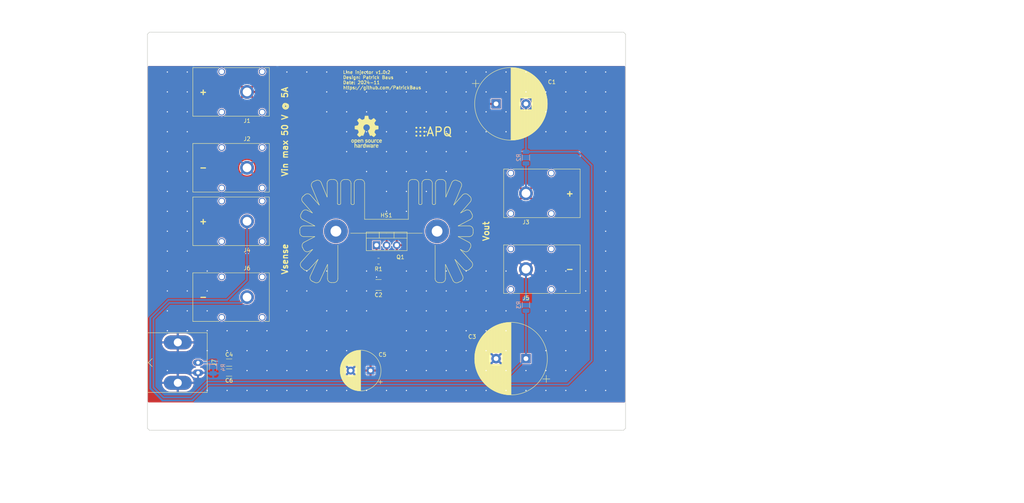
<source format=kicad_pcb>
(kicad_pcb (version 20240108) (generator "pcbnew") (generator_version "8.0")
  (title_block (title "Line Injector") (date "2024-11-21") (rev "1.0.2") (comment 1 "Copyright (©) 2024, Patrick Baus <patrick.baus@physik.tu-darmstadt.de>") (comment 2 "Licensed under CERN OHL-W v2.0"))
  (layers (0 "F.Cu" signal) (31 "B.Cu" signal) (34 "B.Paste" user) (35 "F.Paste" user) (36 "B.SilkS" user "B.Silkscreen") (37 "F.SilkS" user "F.Silkscreen") (38 "B.Mask" user) (39 "F.Mask" user) (44 "Edge.Cuts" user))
  (net 0 "")
  (net 1 "GND")
  (net 2 "VDD")
  (net 3 "Net-(J7-In)")
  (net 4 "Net-(Q1-G)")
  (net 5 "/Remote_Sense_+")
  (net 6 "/Remote_Sense_-")
  (net 8 "Net-(J3-Pin_1)")
  (footprint "Capacitor_THT:CP_Radial_D10.0mm_P5.00mm" (layer "F.Cu") (at 107.06 116.355 180)
    (property "Reference" "C5" (at -3 4 0) (layer "F.SilkS"))
    (property "Value" "33u")
    (pad "1" thru_hole rect (at 0 0 180) (size 2 2) (drill 1) (layers "*.Cu" "*.Mask") (net 2 "VDD"))
    (pad "2" thru_hole circle (at 5 0 180) (size 2 2) (drill 1) (layers "*.Cu" "*.Mask") (net 1 "GND"))
  )
  (footprint "Capacitor_SMD:C_1210_3225Metric" (layer "F.Cu") (at 109.06 94.855 180)
    (property "Reference" "C2" (at 0 -2.5 0) (layer "F.SilkS"))
    (property "Value" "4.7u")
    (pad "1" smd roundrect (at -1.475 0 180) (size 1.15 2.7) (layers "F.Cu" "F.Paste" "F.Mask") (roundrect_rratio 0.217391) (net 2 "VDD"))
    (pad "2" smd roundrect (at 1.475 0 180) (size 1.15 2.7) (layers "F.Cu" "F.Paste" "F.Mask") (roundrect_rratio 0.217391) (net 1 "GND"))
  )
  (footprint "Capacitor_THT:CP_Radial_D18.0mm_P7.50mm" (layer "F.Cu") (at 138.56 49.355)
    (property "Reference" "C1" (at 14 -5.5 0) (layer "F.SilkS"))
    (property "Value" "1m")
    (pad "1" thru_hole rect (at 0 0) (size 2.4 2.4) (drill 1.2) (layers "*.Cu" "*.Mask") (net 2 "VDD"))
    (pad "2" thru_hole circle (at 7.5 0) (size 2.4 2.4) (drill 1.2) (layers "*.Cu" "*.Mask") (net 5 "/Remote_Sense_+"))
  )
  (footprint "Capacitor_THT:CP_Radial_D18.0mm_P7.50mm" (layer "F.Cu") (at 146.06 113.355 180)
    (property "Reference" "C3" (at 13.5 5.5 0) (layer "F.SilkS"))
    (property "Value" "1m")
    (pad "1" thru_hole rect (at 0 0 180) (size 2.4 2.4) (drill 1.2) (layers "*.Cu" "*.Mask") (net 6 "/Remote_Sense_-"))
    (pad "2" thru_hole circle (at 7.5 0 180) (size 2.4 2.4) (drill 1.2) (layers "*.Cu" "*.Mask") (net 1 "GND"))
  )
  (footprint "Connector:Banana_Cliff_FCR7350B_S16N-PC_Horizontal" (layer "F.Cu") (at 76.06 97.905)
    (property "Reference" "J6" (at 0 -7.25 0) (layer "F.SilkS"))
    (property "Value" "Conn_01x01_Female")
    (pad "" np_thru_hole circle (at -6.36 -5.08) (size 1.7 1.7) (drill 1.2) (layers "F&B.Cu" "*.Mask"))
    (pad "" np_thru_hole circle (at -6.36 5.08) (size 1.7 1.7) (drill 1.2) (layers "F&B.Cu" "*.Mask"))
    (pad "" np_thru_hole circle (at 3.8 -5.08) (size 1.7 1.7) (drill 1.2) (layers "F&B.Cu" "*.Mask"))
    (pad "" np_thru_hole circle (at 3.8 5.08) (size 1.7 1.7) (drill 1.2) (layers "F&B.Cu" "*.Mask"))
    (pad "1" thru_hole circle (at 0 0) (size 3.5 3.5) (drill 2.2) (layers "*.Cu" "*.Mask") (net 6 "/Remote_Sense_-"))
  )
  (footprint "Connector:Banana_Cliff_FCR7350R_S16N-PC_Horizontal" (layer "F.Cu") (at 76.06 78.855)
    (property "Reference" "J4" (at 0 7.25 0) (layer "F.SilkS"))
    (property "Value" "Conn_01x01_Female")
    (pad "" np_thru_hole circle (at -6.36 -5.08) (size 1.7 1.7) (drill 1.2) (layers "F&B.Cu" "*.Mask"))
    (pad "" np_thru_hole circle (at -6.36 5.08) (size 1.7 1.7) (drill 1.2) (layers "F&B.Cu" "*.Mask"))
    (pad "" np_thru_hole circle (at 3.8 -5.08) (size 1.7 1.7) (drill 1.2) (layers "F&B.Cu" "*.Mask"))
    (pad "" np_thru_hole circle (at 3.8 5.08) (size 1.7 1.7) (drill 1.2) (layers "F&B.Cu" "*.Mask"))
    (pad "1" thru_hole circle (at 0 0) (size 3.5 3.5) (drill 2.2) (layers "*.Cu" "*.Mask") (net 5 "/Remote_Sense_+"))
  )
  (footprint "Symbol:OSHW-Logo_7.5x8mm_SilkScreen" (layer "F.Cu") (at 106.06 56.355)
    (property "Reference" "LOGO2" (hide yes))
    (property "Value" "Logo_Open_Hardware_Small" (hide yes))
  )
  (footprint "Package_TO_SOT_THT:TO-220-3_Vertical" (layer "F.Cu") (at 108.56 84.855)
    (property "Reference" "Q1" (at 6 3 0) (layer "F.SilkS"))
    (property "Value" "AOT2618")
    (pad "1" thru_hole rect (at 0 0) (size 1.905 2) (drill 1.1) (layers "*.Cu" "*.Mask") (net 4 "Net-(Q1-G)"))
    (pad "2" thru_hole oval (at 2.54 0) (size 1.905 2) (drill 1.1) (layers "*.Cu" "*.Mask") (net 2 "VDD"))
    (pad "3" thru_hole oval (at 5.08 0) (size 1.905 2) (drill 1.1) (layers "*.Cu" "*.Mask") (net 8 "Net-(J3-Pin_1)"))
  )
  (footprint "Resistor_SMD:R_0805_2012Metric" (layer "F.Cu") (at 109.06 88.855 180)
    (property "Reference" "R1" (at 0 -2 0) (layer "F.SilkS"))
    (property "Value" "10k")
    (pad "1" smd roundrect (at -0.9125 0 180) (size 1.025 1.4) (layers "F.Cu" "F.Paste" "F.Mask") (roundrect_rratio 0.243902) (net 2 "VDD"))
    (pad "2" smd roundrect (at 0.9125 0 180) (size 1.025 1.4) (layers "F.Cu" "F.Paste" "F.Mask") (roundrect_rratio 0.243902) (net 4 "Net-(Q1-G)"))
  )
  (footprint "Capacitor_SMD:C_1206_3216Metric" (layer "F.Cu") (at 71.56 116.855 180)
    (property "Reference" "C6" (at 0 -2 0) (layer "F.SilkS"))
    (property "Value" "1u")
    (pad "1" smd roundrect (at -1.475 0 180) (size 1.15 1.8) (layers "F.Cu" "F.Paste" "F.Mask") (roundrect_rratio 0.217391) (net 4 "Net-(Q1-G)"))
    (pad "2" smd roundrect (at 1.475 0 180) (size 1.15 1.8) (layers "F.Cu" "F.Paste" "F.Mask") (roundrect_rratio 0.217391) (net 3 "Net-(J7-In)"))
  )
  (footprint "Capacitor_SMD:C_1206_3216Metric" (layer "F.Cu") (at 71.56 114.355 180)
    (property "Reference" "C4" (at 0 2 0) (layer "F.SilkS"))
    (property "Value" "1u")
    (pad "1" smd roundrect (at -1.475 0 180) (size 1.15 1.8) (layers "F.Cu" "F.Paste" "F.Mask") (roundrect_rratio 0.217391) (net 4 "Net-(Q1-G)"))
    (pad "2" smd roundrect (at 1.475 0 180) (size 1.15 1.8) (layers "F.Cu" "F.Paste" "F.Mask") (roundrect_rratio 0.217391) (net 3 "Net-(J7-In)"))
  )
  (footprint "Connector:Banana_Cliff_FCR7350B_S16N-PC_Horizontal" (layer "F.Cu") (at 76.06 65.405)
    (property "Reference" "J2" (at 0 -7.25 0) (layer "F.SilkS"))
    (property "Value" "Conn_01x01_Female")
    (pad "" np_thru_hole circle (at -6.36 -5.08) (size 1.7 1.7) (drill 1.2) (layers "F&B.Cu" "*.Mask"))
    (pad "" np_thru_hole circle (at -6.36 5.08) (size 1.7 1.7) (drill 1.2) (layers "F&B.Cu" "*.Mask"))
    (pad "" np_thru_hole circle (at 3.8 -5.08) (size 1.7 1.7) (drill 1.2) (layers "F&B.Cu" "*.Mask"))
    (pad "" np_thru_hole circle (at 3.8 5.08) (size 1.7 1.7) (drill 1.2) (layers "F&B.Cu" "*.Mask"))
    (pad "1" thru_hole circle (at 0 0) (size 3.5 3.5) (drill 2.2) (layers "*.Cu" "*.Mask") (net 1 "GND"))
  )
  (footprint "Connector_Coaxial:BNC_Amphenol_B6252HB-NPP3G-50_Horizontal" (layer "F.Cu") (at 63.76 114.355 90)
    (property "Reference" "J7" (at 0 4 90) (layer "F.SilkS"))
    (property "Value" "Conn_Coaxial")
    (pad "1" thru_hole oval (at 0 0 90) (size 1.6 2.5) (drill 0.89) (layers "*.Cu" "*.Mask") (net 3 "Net-(J7-In)"))
    (pad "2" thru_hole oval (at -5.08 -5.08 90) (size 3.5 7) (drill 2.01) (layers "*.Cu" "*.Mask") (net 1 "GND"))
    (pad "2" thru_hole oval (at -2.54 0 90) (size 1.6 2.5) (drill 0.89) (layers "*.Cu" "*.Mask") (net 1 "GND"))
    (pad "2" thru_hole oval (at 5.08 -5.08 90) (size 3.5 7) (drill 2.01) (layers "*.Cu" "*.Mask") (net 1 "GND"))
  )
  (footprint "Connector:Banana_Cliff_FCR7350B_S16N-PC_Horizontal" (layer "F.Cu") (at 146.06 90.88 180)
    (property "Reference" "J5" (at 0 -7.25 180) (layer "F.SilkS"))
    (property "Value" "Conn_01x01_Female")
    (pad "" np_thru_hole circle (at -6.36 -5.08 180) (size 1.7 1.7) (drill 1.2) (layers "F&B.Cu" "*.Mask"))
    (pad "" np_thru_hole circle (at -6.36 5.08 180) (size 1.7 1.7) (drill 1.2) (layers "F&B.Cu" "*.Mask"))
    (pad "" np_thru_hole circle (at 3.8 -5.08 180) (size 1.7 1.7) (drill 1.2) (layers "F&B.Cu" "*.Mask"))
    (pad "" np_thru_hole circle (at 3.8 5.08 180) (size 1.7 1.7) (drill 1.2) (layers "F&B.Cu" "*.Mask"))
    (pad "1" thru_hole circle (at 0 0 180) (size 3.5 3.5) (drill 2.2) (layers "*.Cu" "*.Mask") (net 1 "GND"))
  )
  (footprint "Connector:Banana_Cliff_FCR7350R_S16N-PC_Horizontal" (layer "F.Cu") (at 146.06 71.83 180)
    (property "Reference" "J3" (at 0 -7.25 180) (layer "F.SilkS"))
    (property "Value" "Conn_01x01_Female")
    (pad "" np_thru_hole circle (at -6.36 -5.08 180) (size 1.7 1.7) (drill 1.2) (layers "F&B.Cu" "*.Mask"))
    (pad "" np_thru_hole circle (at -6.36 5.08 180) (size 1.7 1.7) (drill 1.2) (layers "F&B.Cu" "*.Mask"))
    (pad "" np_thru_hole circle (at 3.8 -5.08 180) (size 1.7 1.7) (drill 1.2) (layers "F&B.Cu" "*.Mask"))
    (pad "" np_thru_hole circle (at 3.8 5.08 180) (size 1.7 1.7) (drill 1.2) (layers "F&B.Cu" "*.Mask"))
    (pad "1" thru_hole circle (at 0 0 180) (size 3.5 3.5) (drill 2.2) (layers "*.Cu" "*.Mask") (net 8 "Net-(J3-Pin_1)"))
  )
  (footprint "Custom_footprints_project:APQ-Logo_small" (layer "F.Cu") (at 118.56 55.355)
    (property "Reference" "LOGO1" (hide yes))
    (property "Value" "Logo_APQ")
    (fp_text user "APQ" (at 5.75 1 0) (layer "F.SilkS") (effects (font (size 2.2 2.2) (thickness 0.3))))
  )
  (footprint "Custom_footprints:Heatsink_42x25mm_2xFixation_Ohmite-R-series" (layer "F.Cu") (at 111.06 81.355)
    (property "Reference" "HS1" (at -0.025 -4 0) (layer "F.SilkS"))
    (property "Value" "Heatsink")
    (pad "1" thru_hole circle (at -12.7 0 180) (size 6 6) (drill 2.7) (layers "*.Cu" "*.Mask"))
    (pad "1" thru_hole circle (at 12.7 0) (size 6 6) (drill 2.7) (layers "*.Cu" "*.Mask"))
  )
  (footprint "Connector:Banana_Cliff_FCR7350R_S16N-PC_Horizontal" (layer "F.Cu") (at 76.06 46.355)
    (property "Reference" "J1" (at 0 7.25 0) (layer "F.SilkS"))
    (property "Value" "Conn_01x01_Female")
    (pad "" np_thru_hole circle (at -6.36 -5.08) (size 1.7 1.7) (drill 1.2) (layers "F&B.Cu" "*.Mask"))
    (pad "" np_thru_hole circle (at -6.36 5.08) (size 1.7 1.7) (drill 1.2) (layers "F&B.Cu" "*.Mask"))
    (pad "" np_thru_hole circle (at 3.8 -5.08) (size 1.7 1.7) (drill 1.2) (layers "F&B.Cu" "*.Mask"))
    (pad "" np_thru_hole circle (at 3.8 5.08) (size 1.7 1.7) (drill 1.2) (layers "F&B.Cu" "*.Mask"))
    (pad "1" thru_hole circle (at 0 0) (size 3.5 3.5) (drill 2.2) (layers "*.Cu" "*.Mask") (net 2 "VDD"))
  )
  (footprint "Resistor_SMD:R_1206_3216Metric" (layer "B.Cu") (at 146.06 62.855 -90)
    (property "Reference" "R2" (at 0 1.82 90) (layer "B.SilkS") (effects (justify mirror)))
    (property "Value" "49.9R")
    (pad "1" smd roundrect (at -1.4625 0 270) (size 1.125 1.75) (layers "B.Cu" "B.Paste" "B.Mask") (roundrect_rratio 0.222222) (net 5 "/Remote_Sense_+"))
    (pad "2" smd roundrect (at 1.4625 0 270) (size 1.125 1.75) (layers "B.Cu" "B.Paste" "B.Mask") (roundrect_rratio 0.222222) (net 8 "Net-(J3-Pin_1)"))
  )
  (footprint "Resistor_SMD:R_1206_3216Metric" (layer "B.Cu") (at 146.06 99.855 -90)
    (property "Reference" "R3" (at 0 1.82 90) (layer "B.SilkS") (effects (justify mirror)))
    (property "Value" "49.9R")
    (pad "1" smd roundrect (at -1.4625 0 270) (size 1.125 1.75) (layers "B.Cu" "B.Paste" "B.Mask") (roundrect_rratio 0.222222) (net 1 "GND"))
    (pad "2" smd roundrect (at 1.4625 0 270) (size 1.125 1.75) (layers "B.Cu" "B.Paste" "B.Mask") (roundrect_rratio 0.222222) (net 6 "/Remote_Sense_-"))
  )
  (footprint "Resistor_SMD:R_1206_3216Metric" (layer "B.Cu") (at 67.56 115.605 -90)
    (property "Reference" "R4" (at 0 -2.5 90) (layer "B.SilkS") (effects (justify mirror)))
    (property "Value" "49.9R")
    (pad "1" smd roundrect (at -1.4625 0 270) (size 1.125 1.75) (layers "B.Cu" "B.Paste" "B.Mask") (roundrect_rratio 0.222222) (net 3 "Net-(J7-In)"))
    (pad "2" smd roundrect (at 1.4625 0 270) (size 1.125 1.75) (layers "B.Cu" "B.Paste" "B.Mask") (roundrect_rratio 0.222222) (net 1 "GND"))
  )
  (gr_line (start 51.06 130.855) (end 51.06 31.855) (stroke (width 0.15)) (layer "Edge.Cuts"))
  (gr_line (start 51.56 31.355) (end 51.06 31.855) (stroke (width 0.15)) (layer "Edge.Cuts"))
  (gr_line (start 170.56 31.355) (end 171.06 31.855) (stroke (width 0.15)) (layer "Edge.Cuts"))
  (gr_line (start 171.06 130.855) (end 170.56 131.355) (stroke (width 0.15)) (layer "Edge.Cuts"))
  (gr_line (start 51.56 131.355) (end 51.06 130.855) (stroke (width 0.15)) (layer "Edge.Cuts"))
  (gr_line (start 170.56 131.355) (end 51.56 131.355) (stroke (width 0.15)) (layer "Edge.Cuts"))
  (gr_line (start 51.56 31.355) (end 170.56 31.355) (stroke (width 0.15)) (layer "Edge.Cuts"))
  (gr_line (start 171.06 31.855) (end 171.06 130.855) (stroke (width 0.15)) (layer "Edge.Cuts"))
  (gr_text "Vout" (at 136.06 81.355 90) (layer "F.SilkS") (effects (font (size 1.5 1.5) (thickness 0.3))))
  (gr_text "Vsense" (at 85.56 88.355 90) (layer "F.SilkS") (effects (font (size 1.5 1.5) (thickness 0.3))))
  (gr_text "-" (at 65.06 65.355 0) (layer "F.SilkS") (effects (font (size 1.5 1.5) (thickness 0.3))))
  (gr_text "+" (at 65.06 78.855 0) (layer "F.SilkS") (effects (font (size 1.5 1.5) (thickness 0.3))))
  (gr_text "-" (at 65.06 97.855 0) (layer "F.SilkS") (effects (font (size 1.5 1.5) (thickness 0.3))))
  (gr_text "+" (at 157.06 71.855 0) (layer "F.SilkS") (effects (font (size 1.5 1.5) (thickness 0.3))))
  (gr_text "-" (at 157.06 90.855 0) (layer "F.SilkS") (effects (font (size 1.5 1.5) (thickness 0.3))))
  (gr_text "+" (at 65.06 46.355 0) (layer "F.SilkS") (effects (font (size 1.5 1.5) (thickness 0.3))))
  (gr_text "Line injector v1.0.2\nDesign: Patrick Baus\nDate: 2024-11\nhttps://github.com/PatrickBaus" (at 100.06 43.355 0) (layer "F.SilkS") (effects (font (size 0.8 0.8)) (justify left)))
  (gr_text "Vin max 50 V @ 5A" (at 85.56 56.355 90) (layer "F.SilkS") (effects (font (size 1.5 1.5) (thickness 0.3))))
  (segment (start 107.585 94.855) (end 107.585 95.88) (width 0.5) (layer "F.Cu") (net 1))
  (segment (start 107.585 94.855) (end 107.585 93.83) (width 0.5) (layer "F.Cu") (net 1))
  (segment (start 107.585 93.83) (end 108.56 92.855) (width 0.5) (layer "F.Cu") (net 1))
  (segment (start 107.585 95.88) (end 108.56 96.855) (width 0.5) (layer "F.Cu") (net 1))
  (via (at 131.06 101.355) (size 0.6) (drill 0.3) (layers "F.Cu" "B.Cu") (net 1))
  (via (at 111.06 76.355) (size 0.6) (drill 0.3) (layers "F.Cu" "B.Cu") (net 1))
  (via (at 96.06 41.355) (size 0.6) (drill 0.3) (layers "F.Cu" "B.Cu") (net 1))
  (via (at 61.06 81.355) (size 0.6) (drill 0.3) (layers "F.Cu" "B.Cu") (net 1))
  (via (at 131.06 121.355) (size 0.6) (drill 0.3) (layers "F.Cu" "B.Cu") (net 1))
  (via (at 111.06 121.355) (size 0.6) (drill 0.3) (layers "F.Cu" "B.Cu") (net 1))
  (via (at 116.06 111.355) (size 0.6) (drill 0.3) (layers "F.Cu" "B.Cu") (net 1))
  (via (at 121.06 116.355) (size 0.6) (drill 0.3) (layers "F.Cu" "B.Cu") (net 1))
  (via (at 141.06 56.355) (size 0.6) (drill 0.3) (layers "F.Cu" "B.Cu") (net 1))
  (via (at 151.06 51.355) (size 0.6) (drill 0.3) (layers "F.Cu" "B.Cu") (net 1))
  (via (at 101.06 106.355) (size 0.6) (drill 0.3) (layers "F.Cu" "B.Cu") (net 1))
  (via (at 101.06 41.355) (size 0.6) (drill 0.3) (layers "F.Cu" "B.Cu") (net 1))
  (via (at 121.06 51.355) (size 0.6) (drill 0.3) (layers "F.Cu" "B.Cu") (net 1))
  (via (at 86.06 116.355) (size 0.6) (drill 0.3) (layers "F.Cu" "B.Cu") (net 1))
  (via (at 86.06 91.355) (size 0.6) (drill 0.3) (layers "F.Cu" "B.Cu") (net 1))
  (via (at 136.06 51.355) (size 0.6) (drill 0.3) (layers "F.Cu" "B.Cu") (net 1))
  (via (at 126.06 101.355) (size 0.6) (drill 0.3) (layers "F.Cu" "B.Cu") (net 1))
  (via (at 56.06 81.355) (size 0.6) (drill 0.3) (layers "F.Cu" "B.Cu") (net 1))
  (via (at 101.06 101.355) (size 0.6) (drill 0.3) (layers "F.Cu" "B.Cu") (net 1))
  (via (at 56.06 71.355) (size 0.6) (drill 0.3) (layers "F.Cu" "B.Cu") (net 1))
  (via (at 91.06 41.355) (size 0.6) (drill 0.3) (layers "F.Cu" "B.Cu") (net 1))
  (via (at 121.06 41.355) (size 0.6) (drill 0.3) (layers "F.Cu" "B.Cu") (net 1))
  (via (at 126.06 116.355) (size 0.6) (drill 0.3) (layers "F.Cu" "B.Cu") (net 1))
  (via (at 66.06 121.355) (size 0.6) (drill 0.3) (layers "F.Cu" "B.Cu") (net 1))
  (via (at 101.06 61.355) (size 0.6) (drill 0.3) (layers "F.Cu" "B.Cu") (net 1))
  (via (at 106.06 51.355) (size 0.6) (drill 0.3) (layers "F.Cu" "B.Cu") (net 1))
  (via (at 161.06 101.355) (size 0.6) (drill 0.3) (layers "F.Cu" "B.Cu") (net 1))
  (via (at 136.06 56.355) (size 0.6) (drill 0.3) (layers "F.Cu" "B.Cu") (net 1))
  (via (at 81.06 116.355) (size 0.6) (drill 0.3) (layers "F.Cu" "B.Cu") (net 1))
  (via (at 91.06 96.355) (size 0.6) (drill 0.3) (layers "F.Cu" "B.Cu") (net 1))
  (via (at 166.06 111.355) (size 0.6) (drill 0.3) (layers "F.Cu" "B.Cu") (net 1))
  (via (at 121.06 61.355) (size 0.6) (drill 0.3) (layers "F.Cu" "B.Cu") (net 1))
  (via (at 166.06 61.355) (size 0.6) (drill 0.3) (layers "F.Cu" "B.Cu") (net 1))
  (via (at 56.06 96.355) (size 0.6) (drill 0.3) (layers "F.Cu" "B.Cu") (net 1))
  (via (at 61.06 106.355) (size 0.6) (drill 0.3) (layers "F.Cu" "B.Cu") (net 1))
  (via (at 156.06 91.355) (size 0.6) (drill 0.3) (layers "F.Cu" "B.Cu") (net 1))
  (via (at 151.06 91.355) (size 0.6) (drill 0.3) (layers "F.Cu" "B.Cu") (net 1))
  (via (at 61.06 76.355) (size 0.6) (drill 0.3) (layers "F.Cu" "B.Cu") (net 1))
  (via (at 96.06 116.355) (size 0.6) (drill 0.3) (layers "F.Cu" "B.Cu") (net 1))
  (via (at 106.06 121.355) (size 0.6) (drill 0.3) (layers "F.Cu" "B.Cu") (net 1))
  (via (at 131.06 51.355) (size 0.6) (drill 0.3) (layers "F.Cu" "B.Cu") (net 1))
  (via (at 91.06 111.355) (size 0.6) (drill 0.3) (layers "F.Cu" "B.Cu") (net 1))
  (via (at 141.06 51.355) (size 0.6) (drill 0.3) (layers "F.Cu" "B.Cu") (net 1))
  (via (at 81.06 106.355) (size 0.6) (drill 0.3) (layers "F.Cu" "B.Cu") (net 1))
  (via (at 61.06 71.355) (size 0.6) (drill 0.3) (layers "F.Cu" "B.Cu") (net 1))
  (via (at 156.06 116.355) (size 0.6) (drill 0.3) (layers "F.Cu" "B.Cu") (net 1))
  (via (at 156.06 101.355) (size 0.6) (drill 0.3) (layers "F.Cu" "B.Cu") (net 1))
  (via (at 106.06 66.355) (size 0.6) (drill 0.3) (layers "F.Cu" "B.Cu") (net 1))
  (via (at 56.06 41.355) (size 0.6) (drill 0.3) (layers "F.Cu" "B.Cu") (net 1))
  (via (at 116.06 121.355) (size 0.6) (drill 0.3) (layers "F.Cu" "B.Cu") (net 1))
  (via (at 136.06 41.355) (size 0.6) (drill 0.3) (layers "F.Cu" "B.Cu") (net 1))
  (via (at 166.06 91.355) (size 0.6) (drill 0.3) (layers "F.Cu" "B.Cu") (net 1))
  (via (at 111.06 71.355) (size 0.6) (drill 0.3) (layers "F.Cu" "B.Cu") (net 1))
  (via (at 131.06 111.355) (size 0.6) (drill 0.3) (layers "F.Cu" "B.Cu") (net 1))
  (via (at 61.06 66.355) (size 0.6) (drill 0.3) (layers "F.Cu" "B.Cu") (net 1))
  (via (at 101.06 51.355) (size 0.6) (drill 0.3) (layers "F.Cu" "B.Cu") (net 1))
  (via (at 161.06 91.355) (size 0.6) (drill 0.3) (layers "F.Cu" "B.Cu") (net 1))
  (via (at 136.06 111.355) (size 0.6) (drill 0.3) (layers "F.Cu" "B.Cu") (net 1))
  (via (at 131.06 41.355) (size 0.6) (drill 0.3) (layers "F.Cu" "B.Cu") (net 1))
  (via (at 126.06 46.355) (size 0.6) (drill 0.3) (layers "F.Cu" "B.Cu") (net 1))
  (via (at 66.06 96.355) (size 0.6) (drill 0.3) (layers "F.Cu" "B.Cu") (net 1))
  (via (at 86.06 121.355) (size 0.6) (drill 0.3) (layers "F.Cu" "B.Cu") (net 1))
  (via (at 141.06 91.355) (size 0.6) (drill 0.3) (layers "F.Cu" "B.Cu") (net 1))
  (via (at 108.56 96.855) (size 0.6) (drill 0.3) (layers "F.Cu" "B.Cu") (net 1))
  (via (at 116.06 101.355) (size 0.6) (drill 0.3) (layers "F.Cu" "B.Cu") (net 1))
  (via (at 106.06 61.355) (size 0.6) (drill 0.3) (layers "F.Cu" "B.Cu") (net 1))
  (via (at 81.06 111.355) (size 0.6) (drill 0.3) (layers "F.Cu" "B.Cu") (net 1))
  (via (at 91.06 91.355) (size 0.6) (drill 0.3) (layers "F.Cu" "B.Cu") (net 1))
  (via (at 136.06 116.355) (size 0.6) (drill 0.3) (layers "F.Cu" "B.Cu") (net 1))
  (via (at 166.06 86.355) (size 0.6) (drill 0.3) (layers "F.Cu" "B.Cu") (net 1))
  (via (at 166.06 46.355) (size 0.6) (drill 0.3) (layers "F.Cu" "B.Cu") (net 1))
  (via (at 111.06 41.355) (size 0.6) (drill 0.3) (layers "F.Cu" "B.Cu") (net 1))
  (via (at 131.06 96.355) (size 0.6) (drill 0.3) (layers "F.Cu" "B.Cu") (net 1))
  (via (at 126.06 51.355) (size 0.6) (drill 0.3) (layers "F.Cu" "B.Cu") (net 1))
  (via (at 161.06 46.355) (size 0.6) (drill 0.3) (layers "F.Cu" "B.Cu") (net 1))
  (via (at 61.06 86.355) (size 0.6) (drill 0.3) (layers "F.Cu" "B.Cu") (net 1))
  (via (at 56.06 101.355) (size 0.6) (drill 0.3) (layers "F.Cu" "B.Cu") (net 1))
  (via (at 146.06 121.355) (size 0.6) (drill 0.3) (layers "F.Cu" "B.Cu") (net 1))
  (via (at 166.06 76.355) (size 0.6) (drill 0.3) (layers "F.Cu" "B.Cu") (net 1))
  (via (at 136.06 91.355) (size 0.6) (drill 0.3) (layers "F.Cu" "B.Cu") (net 1))
  (via (at 101.06 46.355) (size 0.6) (drill 0.3) (layers "F.Cu" "B.Cu") (net 1))
  (via (at 76.06 111.355) (size 0.6) (drill 0.3) (layers "F.Cu" "B.Cu") (net 1))
  (via (at 151.06 46.355) (size 0.6) (drill 0.3) (layers "F.Cu" "B.Cu") (net 1))
  (via (at 121.06 106.355) (size 0.6) (drill 0.3) (layers "F.Cu" "B.Cu") (net 1))
  (via (at 91.06 121.355) (size 0.6) (drill 0.3) (layers "F.Cu" "B.Cu") (net 1))
  (via (at 116.06 66.355) (size 0.6) (drill 0.3) (layers "F.Cu" "B.Cu") (net 1))
  (via (at 101.06 111.355) (size 0.6) (drill 0.3) (layers "F.Cu" "B.Cu") (net 1))
  (via (at 108.56 92.855) (size 0.6) (drill 0.3) (layers "F.Cu" "B.Cu") (net 1))
  (via (at 71.06 121.355) (size 0.6) (drill 0.3) (layers "F.Cu" "B.Cu") (net 1))
  (via (at 86.06 101.355) (size 0.6) (drill 0.3) (layers "F.Cu" "B.Cu") (net 1))
  (via (at 156.06 96.355) (size 0.6) (drill 0.3) (layers "F.Cu" "B.Cu") (net 1))
  (via (at 66.06 91.355) (size 0.6) (drill 0.3) (layers "F.Cu" "B.Cu") (net 1))
  (via (at 121.06 91.355) (size 0.6) (drill 0.3) (layers "F.Cu" "B.Cu") (net 1))
  (via (at 111.06 56.355) (size 0.6) (drill 0.3) (layers "F.Cu" "B.Cu") (net 1))
  (via (at 126.06 121.355) (size 0.6) (drill 0.3) (layers "F.Cu" "B.Cu") (net 1))
  (via (at 126.06 61.355) (size 0.6) (drill 0.3) (layers "F.Cu" "B.Cu") (net 1))
  (via (at 146.06 46.355) (size 0.6) (drill 0.3) (layers "F.Cu" "B.Cu") (net 1))
  (via (at 116.06 56.355) (size 0.6) (drill 0.3) (layers "F.Cu" "B.Cu") (net 1))
  (via (at 121.06 111.355) (size 0.6) (drill 0.3) (layers "F.Cu" "B.Cu") (net 1))
  (via (at 141.06 121.355) (size 0.6) (drill 0.3) (layers "F.Cu" "B.Cu") (net 1))
  (via (at 116.06 116.355) (size 0.6) (drill 0.3) (layers "F.Cu" "B.Cu") (net 1))
  (via (at 56.06 91.355) (size 0.6) (drill 0.3) (layers "F.Cu" "B.Cu") (net 1))
  (via (at 91.06 116.355) (size 0.6) (drill 0.3) (layers "F.Cu" "B.Cu") (net 1))
  (via (at 136.06 101.355) (size 0.6) (drill 0.3) (layers "F.Cu" "B.Cu") (net 1))
  (via (at 131.06 61.355) (size 0.6) (drill 0.3) (layers "F.Cu" "B.Cu") (net 1))
  (via (at 81.06 121.355) (size 0.6) (drill 0.3) (layers "F.Cu" "B.Cu") (net 1))
  (via (at 126.06 56.355) (size 0.6) (drill 0.3) (layers "F.Cu" "B.Cu") (net 1))
  (via (at 136.06 106.355) (size 0.6) (drill 0.3) (layers "F.Cu" "B.Cu") (net 1))
  (via (at 146.06 116.355) (size 0.6) (drill 0.3) (layers "F.Cu" "B.Cu") (net 1))
  (via (at 116.06 91.355) (size 0.6) (drill 0.3) (layers "F.Cu" "B.Cu") (net 1))
  (via (at 101.06 121.355) (size 0.6) (drill 0.3) (layers "F.Cu" "B.Cu") (net 1))
  (via (at 141.06 106.355) (size 0.6) (drill 0.3) (layers "F.Cu" "B.Cu") (net 1))
  (via (at 136.06 96.355) (size 0.6) (drill 0.3) (layers "F.Cu" "B.Cu") (net 1))
  (via (at 151.06 111.355) (size 0.6) (drill 0.3) (layers "F.Cu" "B.Cu") (net 1))
  (via (at 126.06 41.355) (size 0.6) (drill 0.3) (layers "F.Cu" "B.Cu") (net 1))
  (via (at 156.06 56.355) (size 0.6) (drill 0.3) (layers "F.Cu" "B.Cu") (net 1))
  (via (at 121.06 96.355) (size 0.6) (drill 0.3) (layers "F.Cu" "B.Cu") (net 1))
  (via (at 61.06 51.355) (size 0.6) (drill 0.3) (layers "F.Cu" "B.Cu") (net 1))
  (via (at 131.06 46.355) (size 0.6) (drill 0.3) (layers "F.Cu" "B.Cu") (net 1))
  (via (at 86.06 111.355) (size 0.6) (drill 0.3) (layers "F.Cu" "B.Cu") (net 1))
  (via (at 166.06 121.355) (size 0.6) (drill 0.3) (layers "F.Cu" "B.Cu") (net 1))
  (via (at 96.06 101.355) (size 0.6) (drill 0.3) (layers "F.Cu" "B.Cu") (net 1))
  (via (at 61.06 41.355) (size 0.6) (drill 0.3) (layers "F.Cu" "B.Cu") (net 1))
  (via (at 166.06 101.355) (size 0.6) (drill 0.3) (layers "F.Cu" "B.Cu") (net 1))
  (via (at 126.06 106.355) (size 0.6) (drill 0.3) (layers "F.Cu" "B.Cu") (net 1))
  (via (at 56.06 86.355) (size 0.6) (drill 0.3) (layers "F.Cu" "B.Cu") (net 1))
  (via (at 161.06 56.355) (size 0.6) (drill 0.3) (layers "F.Cu" "B.Cu") (net 1))
  (via (at 76.06 116.355) (size 0.6) (drill 0.3) (layers "F.Cu" "B.Cu") (net 1))
  (via (at 161.06 96.355) (size 0.6) (drill 0.3) (layers "F.Cu" "B.Cu") (net 1))
  (via (at 61.06 91.355) (size 0.6) (drill 0.3) (layers "F.Cu" "B.Cu") (net 1))
  (via (at 126.06 111.355) (size 0.6) (drill 0.3) (layers "F.Cu" "B.Cu") (net 1))
  (via (at 166.06 56.355) (size 0.6) (drill 0.3) (layers "F.Cu" "B.Cu") (net 1))
  (via (at 166.06 96.355) (size 0.6) (drill 0.3) (layers "F.Cu" "B.Cu") (net 1))
  (via (at 106.06 96.355) (size 0.6) (drill 0.3) (layers "F.Cu" "B.Cu") (net 1))
  (via (at 166.06 81.355) (size 0.6) (drill 0.3) (layers "F.Cu" "B.Cu") (net 1))
  (via (at 56.06 116.355) (size 0.6) (drill 0.3) (layers "F.Cu" "B.Cu") (net 1))
  (via (at 66.06 106.355) (size 0.6) (drill 0.3) (layers "F.Cu" "B.Cu") (net 1))
  (via (at 116.06 51.355) (size 0.6) (drill 0.3) (layers "F.Cu" "B.Cu") (net 1))
  (via (at 141.06 46.355) (size 0.6) (drill 0.3) (layers "F.Cu" "B.Cu") (net 1))
  (via (at 141.06 41.355) (size 0.6) (drill 0.3) (layers "F.Cu" "B.Cu") (net 1))
  (via (at 61.06 61.355) (size 0.6) (drill 0.3) (layers "F.Cu" "B.Cu") (net 1))
  (via (at 136.06 46.355) (size 0.6) (drill 0.3) (layers "F.Cu" "B.Cu") (net 1))
  (via (at 166.06 106.355) (size 0.6) (drill 0.3) (layers "F.Cu" "B.Cu") (net 1))
  (via (at 161.06 106.355) (size 0.6) (drill 0.3) (layers "F.Cu" "B.Cu") (net 1))
  (via (at 156.06 41.355) (size 0.6) (drill 0.3) (layers "F.Cu" "B.Cu") (net 1))
  (via (at 56.06 106.355) (size 0.6) (drill 0.3) (layers "F.Cu" "B.Cu") (net 1))
  (via (at 56.06 76.355) (size 0.6) (drill 0.3) (layers "F.Cu" "B.Cu") (net 1))
  (via (at 66.06 111.355) (size 0.6) (drill 0.3) (layers "F.Cu" "B.Cu") (net 1))
  (via (at 106.06 56.355) (size 0.6) (drill 0.3) (layers "F.Cu" "B.Cu") (net 1))
  (via (at 121.06 46.355) (size 0.6) (drill 0.3) (layers "F.Cu" "B.Cu") (net 1))
  (via (at 111.06 66.355) (size 0.6) (drill 0.3) (layers "F.Cu" "B.Cu") (net 1))
  (via (at 151.06 121.355) (size 0.6) (drill 0.3) (layers "F.Cu" "B.Cu") (net 1))
  (via (at 71.06 111.355) (size 0.6) (drill 0.3) (layers "F.Cu" "B.Cu") (net 1))
  (via (at 131.06 106.355) (size 0.6) (drill 0.3) (layers "F.Cu" "B.Cu") (net 1))
  (via (at 121.06 121.355) (size 0.6) (drill 0.3) (layers "F.Cu" "B.Cu") (net 1))
  (via (at 56.06 51.355) (size 0.6) (drill 0.3) (layers "F.Cu" "B.Cu") (net 1))
  (via (at 151.06 56.355) (size 0.6) (drill 0.3) (layers "F.Cu" "B.Cu") (net 1))
  (via (at 121.06 71.355) (size 0.6) (drill 0.3) (layers "F.Cu" "B.Cu") (net 1))
  (via (at 106.06 91.355) (size 0.6) (drill 0.3) (layers "F.Cu" "B.Cu") (net 1))
  (via (at 126.06 91.355) (size 0.6) (drill 0.3) (layers "F.Cu" "B.Cu") (net 1))
  (via (at 86.06 41.355) (size 0.6) (drill 0.3) (layers "F.Cu" "B.Cu") (net 1))
  (via (at 61.06 101.355) (size 0.6) (drill 0.3) (layers "F.Cu" "B.Cu") (net 1))
  (via (at 116.06 76.355) (size 0.6) (drill 0.3) (layers "F.Cu" "B.Cu") (net 1))
  (via (at 96.06 46.355) (size 0.6) (drill 0.3) (layers "F.Cu" "B.Cu") (net 1))
  (via (at 61.06 56.355) (size 0.6) (drill 0.3) (layers "F.Cu" "B.Cu") (net 1))
  (via (at 151.06 41.355) (size 0.6) (drill 0.3) (layers "F.Cu" "B.Cu") (net 1))
  (via (at 106.06 101.355) (size 0.6) (drill 0.3) (layers "F.Cu" "B.Cu") (net 1))
  (via (at 121.06 56.355) (size 0.6) (drill 0.3) (layers "F.Cu" "B.Cu") (net 1))
  (via (at 156.06 46.355) (size 0.6) (drill 0.3) (layers "F.Cu" "B.Cu") (net 1))
  (via (at 61.06 96.355) (size 0.6) (drill 0.3) (layers "F.Cu" "B.Cu") (net 1))
  (via (at 166.06 51.355) (size 0.6) (drill 0.3) (layers "F.Cu" "B.Cu") (net 1))
  (via (at 146.06 41.355) (size 0.6) (drill 0.3) (layers "F.Cu" "B.Cu") (net 1))
  (via (at 111.06 61.355) (size 0.6) (drill 0.3) (layers "F.Cu" "B.Cu") (net 1))
  (via (at 131.06 91.355) (size 0.6) (drill 0.3) (layers "F.Cu" "B.Cu") (net 1))
  (via (at 61.06 46.355) (size 0.6) (drill 0.3) (layers "F.Cu" "B.Cu") (net 1))
  (via (at 116.06 46.355) (size 0.6) (drill 0.3) (layers "F.Cu" "B.Cu") (net 1))
  (via (at 56.06 61.355) (size 0.6) (drill 0.3) (layers "F.Cu" "B.Cu") (net 1))
  (via (at 151.06 101.355) (size 0.6) (drill 0.3) (layers "F.Cu" "B.Cu") (net 1))
  (via (at 161.06 51.355) (size 0.6) (drill 0.3) (layers "F.Cu" "B.Cu") (net 1))
  (via (at 101.06 56.355) (size 0.6) (drill 0.3) (layers "F.Cu" "B.Cu") (net 1))
  (via (at 141.06 101.355) (size 0.6) (drill 0.3) (layers "F.Cu" "B.Cu") (net 1))
  (via (at 96.06 106.355) (size 0.6) (drill 0.3) (layers "F.Cu" "B.Cu") (net 1))
  (via (at 156.06 111.355) (size 0.6) (drill 0.3) (layers "F.Cu" "B.Cu") (net 1))
  (via (at 166.06 66.355) (size 0.6) (drill 0.3) (layers "F.Cu" "B.Cu") (net 1))
  (via (at 166.06 41.355) (size 0.6) (drill 0.3) (layers "F.Cu" "B.Cu") (net 1))
  (via (at 141.06 111.355) (size 0.6) (drill 0.3) (layers "F.Cu" "B.Cu") (net 1))
  (via (at 126.06 96.355) (size 0.6) (drill 0.3) (layers "F.Cu" "B.Cu") (net 1))
  (via (at 71.06 106.355) (size 0.6) (drill 0.3) (layers "F.Cu" "B.Cu") (net 1))
  (via (at 166.06 116.355) (size 0.6) (drill 0.3) (layers "F.Cu" "B.Cu") (net 1))
  (via (at 106.06 41.355) (size 0.6) (drill 0.3) (layers "F.Cu" "B.Cu") (net 1))
  (via (at 131.06 116.355) (size 0.6) (drill 0.3) (layers "F.Cu" "B.Cu") (net 1))
  (via (at 76.06 121.355) (size 0.6) (drill 0.3) (layers "F.Cu" "B.Cu") (net 1))
  (via (at 166.06 71.355) (size 0.6) (drill 0.3) (layers "F.Cu" "B.Cu") (net 1))
  (via (at 126.06 66.355) (size 0.6) (drill 0.3) (layers "F.Cu" "B.Cu") (net 1))
  (via (at 151.06 106.355) (size 0.6) (drill 0.3) (layers "F.Cu" "B.Cu") (net 1))
  (via (at 96.06 111.355) (size 0.6) (drill 0.3) (layers "F.Cu" "B.Cu") (net 1))
  (via (at 96.06 91.355) (size 0.6) (drill 0.3) (layers "F.Cu" "B.Cu") (net 1))
  (via (at 96.06 121.355) (size 0.6) (drill 0.3) (layers "F.Cu" "B.Cu") (net 1))
  (via (at 106.06 46.355) (size 0.6) (drill 0.3) (layers "F.Cu" "B.Cu") (net 1))
  (via (at 121.06 101.355) (size 0.6) (drill 0.3) (layers "F.Cu" "B.Cu") (net 1))
  (via (at 66.06 101.355) (size 0.6) (drill 0.3) (layers "F.Cu" "B.Cu") (net 1))
  (via (at 111.06 51.355) (size 0.6) (drill 0.3) (layers "F.Cu" "B.Cu") (net 1))
  (via (at 91.06 106.355) (size 0.6) (drill 0.3) (layers "F.Cu" "B.Cu") (net 1))
  (via (at 96.06 51.355) (size 0.6) (drill 0.3) (layers "F.Cu" "B.Cu") (net 1))
  (via (at 111.06 46.355) (size 0.6) (drill 0.3) (layers "F.Cu" "B.Cu") (net 1))
  (via (at 116.06 71.355) (size 0.6) (drill 0.3) (layers "F.Cu" "B.Cu") (net 1))
  (via (at 161.06 41.355) (size 0.6) (drill 0.3) (layers "F.Cu" "B.Cu") (net 1))
  (via (at 116.06 41.355) (size 0.6) (drill 0.3) (layers "F.Cu" "B.Cu") (net 1))
  (via (at 116.06 106.355) (size 0.6) (drill 0.3) (layers "F.Cu" "B.Cu") (net 1))
  (via (at 116.06 96.355) (size 0.6) (drill 0.3) (layers "F.Cu" "B.Cu") (net 1))
  (via (at 56.06 46.355) (size 0.6) (drill 0.3) (layers "F.Cu" "B.Cu") (net 1))
  (via (at 76.06 106.355) (size 0.6) (drill 0.3) (layers "F.Cu" "B.Cu") (net 1))
  (via (at 86.06 96.355) (size 0.6) (drill 0.3) (layers "F.Cu" "B.Cu") (net 1))
  (via (at 101.06 96.355) (size 0.6) (drill 0.3) (layers "F.Cu" "B.Cu") (net 1))
  (via (at 121.06 66.355) (size 0.6) (drill 0.3) (layers "F.Cu" "B.Cu") (net 1))
  (via (at 136.06 121.355) (size 0.6) (drill 0.3) (layers "F.Cu" "B.Cu") (net 1))
  (via (at 131.06 56.355) (size 0.6) (drill 0.3) (layers "F.Cu" "B.Cu") (net 1))
  (via (at 161.06 121.355) (size 0.6) (drill 0.3) (layers "F.Cu" "B.Cu") (net 1))
  (via (at 156.06 121.355) (size 0.6) (drill 0.3) (layers "F.Cu" "B.Cu") (net 1))
  (via (at 156.06 51.355) (size 0.6) (drill 0.3) (layers "F.Cu" "B.Cu") (net 1))
  (via (at 151.06 116.355) (size 0.6) (drill 0.3) (layers "F.Cu" "B.Cu") (net 1))
  (via (at 156.06 106.355) (size 0.6) (drill 0.3) (layers "F.Cu" "B.Cu") (net 1))
  (via (at 141.06 116.355) (size 0.6) (drill 0.3) (layers "F.Cu" "B.Cu") (net 1))
  (via (at 116.06 61.355) (size 0.6) (drill 0.3) (layers "F.Cu" "B.Cu") (net 1))
  (via (at 56.06 66.355) (size 0.6) (drill 0.3) (layers "F.Cu" "B.Cu") (net 1))
  (via (at 56.06 56.355) (size 0.6) (drill 0.3) (layers "F.Cu" "B.Cu") (net 1))
  (segment (start 146.06 98.3925) (end 146.06 90.88) (width 0.5) (layer "B.Cu") (net 1))
  (segment (start 63.76 116.895) (end 66.1 116.895) (width 0.5) (layer "B.Cu") (net 1))
  (segment (start 67.56 117.0675) (end 66.2725 117.0675) (width 0.5) (layer "B.Cu") (net 1))
  (segment (start 66.2725 117.0675) (end 66.1 116.895) (width 0.5) (layer "B.Cu") (net 1))
  (segment (start 92.56 46.355) (end 76.06 46.355) (width 0.5) (layer "F.Cu") (net 2))
  (segment (start 138.56 49.355) (end 95.56 49.355) (width 0.5) (layer "F.Cu") (net 2))
  (segment (start 95.56 49.355) (end 92.56 46.355) (width 0.5) (layer "F.Cu") (net 2))
  (segment (start 70.085 114.355) (end 70.085 116.855) (width 0.5) (layer "F.Cu") (net 3))
  (segment (start 68.86 114.355) (end 63.76 114.355) (width 0.5) (layer "F.Cu") (net 3))
  (segment (start 68.86 114.355) (end 70.085 114.355) (width 0.5) (layer "F.Cu") (net 3))
  (segment (start 63.76 114.355) (end 66.06 114.355) (width 0.5) (layer "B.Cu") (net 3))
  (segment (start 66.2725 114.1425) (end 66.06 114.355) (width 0.5) (layer "B.Cu") (net 3))
  (segment (start 67.56 114.1425) (end 66.2725 114.1425) (width 0.5) (layer "B.Cu") (net 3))
  (segment (start 108.56 86.555) (end 108.1475 86.9675) (width 0.5) (layer "F.Cu") (net 4))
  (segment (start 108.1475 86.9675) (end 108.1475 88.855) (width 0.5) (layer "F.Cu") (net 4))
  (segment (start 73.035 114.355) (end 79.16 114.355) (width 0.5) (layer "F.Cu") (net 4))
  (segment (start 104.66 88.855) (end 108.1475 88.855) (width 0.5) (layer "F.Cu") (net 4))
  (segment (start 79.16 114.355) (end 104.66 88.855) (width 0.5) (layer "F.Cu") (net 4))
  (segment (start 108.56 84.855) (end 108.56 86.555) (width 0.5) (layer "F.Cu") (net 4))
  (segment (start 73.035 116.855) (end 73.035 114.355) (width 0.5) (layer "F.Cu") (net 4))
  (segment (start 159.0975 61.3925) (end 162.56 64.855) (width 0.5) (layer "B.Cu") (net 5))
  (segment (start 156.56 119.855) (end 66.31 119.855) (width 0.5) (layer "B.Cu") (net 5))
  (segment (start 162.56 64.855) (end 162.56 113.855) (width 0.5) (layer "B.Cu") (net 5))
  (segment (start 76.06 93.605) (end 76.06 78.855) (width 0.5) (layer "B.Cu") (net 5))
  (segment (start 66.31 119.855) (end 62.31 123.855) (width 0.5) (layer "B.Cu") (net 5))
  (segment (start 162.56 113.855) (end 156.56 119.855) (width 0.5) (layer "B.Cu") (net 5))
  (segment (start 54.81 123.855) (end 51.81 120.855) (width 0.5) (layer "B.Cu") (net 5))
  (segment (start 51.81 120.855) (end 51.81 103.105) (width 0.5) (layer "B.Cu") (net 5))
  (segment (start 146.06 61.3925) (end 159.0975 61.3925) (width 0.5) (layer "B.Cu") (net 5))
  (segment (start 71.06 98.605) (end 76.06 93.605) (width 0.5) (layer "B.Cu") (net 5))
  (segment (start 146.06 61.3925) (end 146.06 49.355) (width 0.5) (layer "B.Cu") (net 5))
  (segment (start 56.31 98.605) (end 71.06 98.605) (width 0.5) (layer "B.Cu") (net 5))
  (segment (start 51.81 103.105) (end 56.31 98.605) (width 0.5) (layer "B.Cu") (net 5))
  (segment (start 62.31 123.855) (end 54.81 123.855) (width 0.5) (layer "B.Cu") (net 5))
  (segment (start 56.56 99.355) (end 74.61 99.355) (width 0.5) (layer "B.Cu") (net 6))
  (segment (start 146.06 113.355) (end 146.06 109.855) (width 0.5) (layer "B.Cu") (net 6))
  (segment (start 52.56 103.355) (end 56.56 99.355) (width 0.5) (layer "B.Cu") (net 6))
  (segment (start 52.56 120.605) (end 52.56 103.355) (width 0.5) (layer "B.Cu") (net 6))
  (segment (start 140.31 119.105) (end 66.06 119.105) (width 0.5) (layer "B.Cu") (net 6))
  (segment (start 66.06 119.105) (end 62.06 123.105) (width 0.5) (layer "B.Cu") (net 6))
  (segment (start 146.06 113.355) (end 140.31 119.105) (width 0.5) (layer "B.Cu") (net 6))
  (segment (start 55.06 123.105) (end 52.56 120.605) (width 0.5) (layer "B.Cu") (net 6))
  (segment (start 74.61 99.355) (end 76.06 97.905) (width 0.5) (layer "B.Cu") (net 6))
  (segment (start 62.06 123.105) (end 55.06 123.105) (width 0.5) (layer "B.Cu") (net 6))
  (segment (start 146.06 101.3175) (end 146.06 109.855) (width 0.5) (layer "B.Cu") (net 6))
  (segment (start 146.06 71.83) (end 146.06 64.3175) (width 0.5) (layer "B.Cu") (net 8))
  (zone (net 2) (net_name "VDD") (layer "F.Cu") (priority 1) (connect_pads (clearance 0.2)) (min_thickness 0.254) (fill yes (thermal_gap 0.508) (thermal_bridge_width 0.508) (smoothing chamfer) (radius 0.25))
    (polygon (pts (xy 62.56 86.855) (xy 109.06 86.855) (xy 109.06 98.355) (xy 104.56 113.855) (xy 104.56 118.355) (xy 112.06 118.355) (xy 112.06 79.855) (xy 83.56 39.855) (xy 62.56 39.855)))
  )
  (zone (net 8) (net_name "Net-(J3-Pin_1)") (layer "F.Cu") (priority 1) (connect_pads (clearance 0.2)) (min_thickness 0.254) (fill yes (thermal_gap 0.508) (thermal_bridge_width 0.508) (smoothing chamfer) (radius 0.25))
    (polygon (pts (xy 159.56 86.855) (xy 112.56 86.855) (xy 112.56 79.855) (xy 135.06 61.355) (xy 159.56 61.355)))
  )
  (zone (net 1) (net_name "GND") (layer "F.Cu") (connect_pads (clearance 0.2)) (min_thickness 0.254) (fill yes (thermal_gap 0.508) (thermal_bridge_width 0.508) (smoothing chamfer) (radius 0.25))
    (polygon (pts (xy 171.06 124.355) (xy 51.06 124.355) (xy 51.06 39.855) (xy 171.06 39.855)))
  )
  (zone (net 1) (net_name "GND") (layer "B.Cu") (connect_pads (clearance 0.2)) (min_thickness 0.254) (fill yes (thermal_gap 0.508) (thermal_bridge_width 0.508) (smoothing chamfer) (radius 0.25))
    (polygon (pts (xy 171.06 124.355) (xy 51.06 124.355) (xy 51.06 39.855) (xy 171.06 39.855)))
    (polygon (pts (xy 145.56 92.855) (xy 145.56 96.855) (xy 144.56 96.855) (xy 144.56 99.355) (xy 147.56 99.355) (xy 147.56 96.855) (xy 146.56 96.855) (xy 146.56 92.855)))
  )
)
</source>
